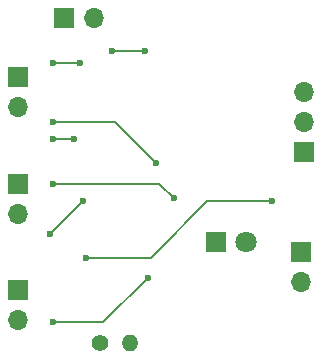
<source format=gbr>
%TF.GenerationSoftware,KiCad,Pcbnew,8.0.2-8.0.2-0~ubuntu22.04.1*%
%TF.CreationDate,2024-05-29T00:58:32-04:00*%
%TF.ProjectId,candel24h_v1,63616e64-656c-4323-9468-5f76312e6b69,rev?*%
%TF.SameCoordinates,Original*%
%TF.FileFunction,Copper,L2,Bot*%
%TF.FilePolarity,Positive*%
%FSLAX46Y46*%
G04 Gerber Fmt 4.6, Leading zero omitted, Abs format (unit mm)*
G04 Created by KiCad (PCBNEW 8.0.2-8.0.2-0~ubuntu22.04.1) date 2024-05-29 00:58:32*
%MOMM*%
%LPD*%
G01*
G04 APERTURE LIST*
%TA.AperFunction,ComponentPad*%
%ADD10R,1.700000X1.700000*%
%TD*%
%TA.AperFunction,ComponentPad*%
%ADD11O,1.700000X1.700000*%
%TD*%
%TA.AperFunction,ComponentPad*%
%ADD12C,1.400000*%
%TD*%
%TA.AperFunction,ComponentPad*%
%ADD13O,1.400000X1.400000*%
%TD*%
%TA.AperFunction,ComponentPad*%
%ADD14R,1.800000X1.800000*%
%TD*%
%TA.AperFunction,ComponentPad*%
%ADD15C,1.800000*%
%TD*%
%TA.AperFunction,ViaPad*%
%ADD16C,0.600000*%
%TD*%
%TA.AperFunction,Conductor*%
%ADD17C,0.200000*%
%TD*%
G04 APERTURE END LIST*
D10*
%TO.P,LEDsw,1,Pin_1*%
%TO.N,Net-(CLK1-Vdd)*%
X149525000Y-74750000D03*
D11*
%TO.P,LEDsw,2,Pin_2*%
%TO.N,Net-(D1-A)*%
X149525000Y-77290000D03*
%TD*%
D10*
%TO.P,5ms,1,Pin_1*%
%TO.N,Net-(J5-Pin_1)*%
X125500000Y-78000000D03*
D11*
%TO.P,5ms,2,Pin_2*%
%TO.N,Net-(J5-Pin_2)*%
X125500000Y-80540000D03*
%TD*%
D10*
%TO.P,22s,1,Pin_1*%
%TO.N,Net-(J4-Pin_1)*%
X125500000Y-69000000D03*
D11*
%TO.P,22s,2,Pin_2*%
%TO.N,Net-(J4-Pin_2)*%
X125500000Y-71540000D03*
%TD*%
D10*
%TO.P,24h,1,Pin_1*%
%TO.N,Net-(J3-Pin_1)*%
X125500000Y-60000000D03*
D11*
%TO.P,24h,2,Pin_2*%
%TO.N,Net-(J3-Pin_2)*%
X125500000Y-62540000D03*
%TD*%
D10*
%TO.P,BAT,1,Pin_1*%
%TO.N,Net-(CLK1-GND)*%
X129460000Y-55000000D03*
D11*
%TO.P,BAT,2,Pin_2*%
%TO.N,Net-(J2-Pin_2)*%
X132000000Y-55000000D03*
%TD*%
D10*
%TO.P,SPDT,1,Pin_1*%
%TO.N,Net-(J1-Pin_1)*%
X149750000Y-66330000D03*
D11*
%TO.P,SPDT,2,Pin_2*%
%TO.N,Net-(CLK1-Vdd)*%
X149750000Y-63790000D03*
%TO.P,SPDT,3,Pin_3*%
%TO.N,Net-(J1-Pin_3)*%
X149750000Y-61250000D03*
%TD*%
D12*
%TO.P,R1,1*%
%TO.N,Net-(CLK1-GND)*%
X132460000Y-82500000D03*
D13*
%TO.P,R1,2*%
%TO.N,Net-(D1-K)*%
X135000000Y-82500000D03*
%TD*%
D14*
%TO.P,LED,1,K*%
%TO.N,Net-(D1-K)*%
X142250000Y-73900000D03*
D15*
%TO.P,LED,2,A*%
%TO.N,Net-(D1-A)*%
X144790000Y-73900000D03*
%TD*%
D16*
%TO.N,Net-(TR1-Pad1)*%
X136250000Y-57750000D03*
X133500000Y-57750000D03*
%TO.N,Net-(J3-Pin_1)*%
X128500000Y-58750000D03*
X130750000Y-58750000D03*
%TO.N,Net-(J4-Pin_1)*%
X128500000Y-65250000D03*
X130250000Y-65250000D03*
%TO.N,Net-(J3-Pin_2)*%
X137250000Y-67250000D03*
X128500000Y-63750000D03*
%TO.N,Net-(J5-Pin_1)*%
X128250000Y-73250000D03*
X131000000Y-70500000D03*
%TO.N,Net-(J4-Pin_2)*%
X128500000Y-69000000D03*
X138750000Y-70250000D03*
%TO.N,Net-(J5-Pin_2)*%
X128500000Y-80750000D03*
X136500000Y-77000000D03*
%TO.N,Net-(CLK1-CLK+)*%
X131250000Y-75250000D03*
X147000000Y-70500000D03*
%TD*%
D17*
%TO.N,Net-(TR1-Pad1)*%
X133500000Y-57750000D02*
X136250000Y-57750000D01*
%TO.N,Net-(J3-Pin_1)*%
X130750000Y-58750000D02*
X128500000Y-58750000D01*
%TO.N,Net-(J3-Pin_2)*%
X128500000Y-63750000D02*
X133750000Y-63750000D01*
X133750000Y-63750000D02*
X137250000Y-67250000D01*
%TO.N,Net-(J4-Pin_1)*%
X130250000Y-65250000D02*
X128500000Y-65250000D01*
%TO.N,Net-(J5-Pin_1)*%
X131000000Y-70500000D02*
X128250000Y-73250000D01*
%TO.N,Net-(J4-Pin_2)*%
X138750000Y-70250000D02*
X137500000Y-69000000D01*
X137500000Y-69000000D02*
X128500000Y-69000000D01*
%TO.N,Net-(J5-Pin_2)*%
X132750000Y-80750000D02*
X128500000Y-80750000D01*
X136500000Y-77000000D02*
X132750000Y-80750000D01*
%TO.N,Net-(CLK1-CLK+)*%
X136750000Y-75250000D02*
X131250000Y-75250000D01*
X137000000Y-75000000D02*
X136750000Y-75250000D01*
X147000000Y-70500000D02*
X141500000Y-70500000D01*
X141500000Y-70500000D02*
X137000000Y-75000000D01*
%TD*%
M02*

</source>
